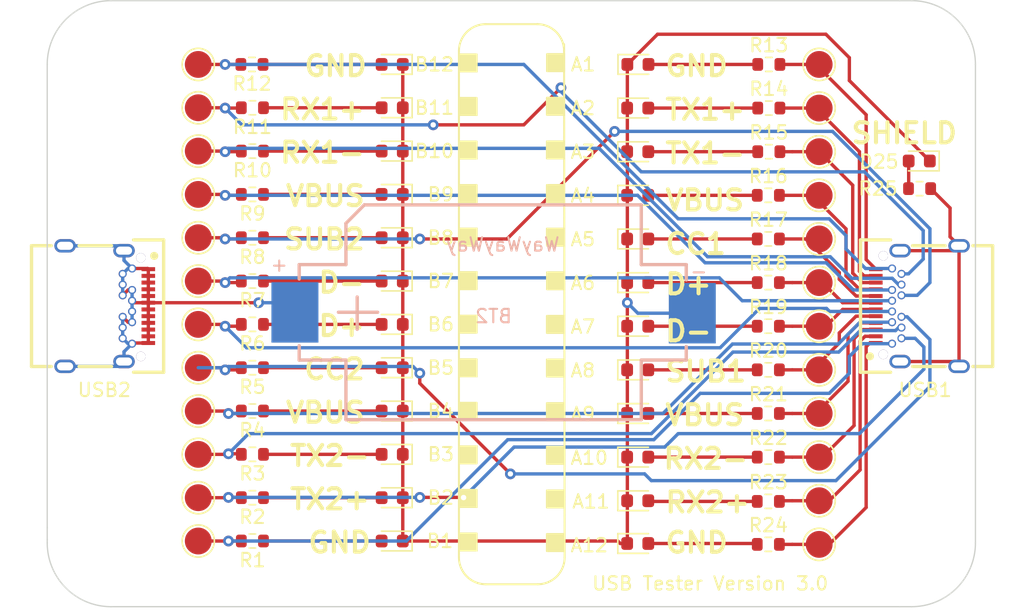
<source format=kicad_pcb>
(kicad_pcb (version 20240108) (generator "pcbnew") (generator_version "8.0")
  (layers (0 "F.Cu" signal) (31 "B.Cu" signal) (34 "B.Paste" user) (35 "F.Paste" user) (36 "B.SilkS" user "B.Silkscreen") (37 "F.SilkS" user "F.Silkscreen") (38 "B.Mask" user) (39 "F.Mask" user) (44 "Edge.Cuts" user))
  (net 0 "")
  (net 1 "A10_A")
  (net 2 "Net-(D25-A)")
  (net 3 "A1_A")
  (net 4 "A2_A")
  (net 5 "A3_A")
  (net 6 "A4_A")
  (net 7 "A5_A")
  (net 8 "A6_A")
  (net 9 "A7_A")
  (net 10 "A8_A")
  (net 11 "A9_A")
  (net 12 "A10_B")
  (net 13 "A11_A")
  (net 14 "A12_A")
  (net 15 "SHELL_A")
  (net 16 "BAT-")
  (net 17 "Net-(A1-A)")
  (net 18 "Net-(A2-A)")
  (net 19 "Net-(A3-A)")
  (net 20 "Net-(A4-A)")
  (net 21 "Net-(A5-A)")
  (net 22 "Net-(A6-A)")
  (net 23 "Net-(A7-A)")
  (net 24 "Net-(A8-A)")
  (net 25 "Net-(A9-A)")
  (net 26 "Net-(A10-A)")
  (net 27 "Net-(A11-A)")
  (net 28 "Net-(A12-A)")
  (net 29 "Net-(B1-A)")
  (net 30 "Net-(B2-A)")
  (net 31 "Net-(B3-A)")
  (net 32 "Net-(B4-A)")
  (net 33 "Net-(B5-A)")
  (net 34 "Net-(B6-A)")
  (net 35 "Net-(B7-A)")
  (net 36 "Net-(B8-A)")
  (net 37 "Net-(B9-A)")
  (net 38 "Net-(B10-A)")
  (net 39 "Net-(B11-A)")
  (net 40 "Net-(B12-A)")
  (net 41 "B1_A")
  (net 42 "B2_A")
  (net 43 "B3_A")
  (net 44 "B4_A")
  (net 45 "B5_A")
  (net 46 "B6_A")
  (net 47 "B7_A")
  (net 48 "B8_A")
  (net 49 "B9_A")
  (net 50 "B10_A")
  (net 51 "B11_A")
  (net 52 "B12_A")
  (footprint "Resistor_SMD:R_0603_1608Metric" (layer "F.Cu") (at 147.5486 92.291043 180)
    (property "Reference" "R9")
    (property "Value" "1000")
  )
  (footprint "LED_SMD:LED_0603_1608Metric" (layer "F.Cu") (at 157.9624 114.8827 180)
    (property "Reference" "B2")
    (property "Value" "LED")
  )
  (footprint "TestPoint:TestPoint_Pad_D2.0mm" (layer "F.Cu") (at 143.5162 89.064344 180)
    (property "Reference" "TP15" (hide yes))
    (property "Value" "TX-")
  )
  (footprint "TestPoint:TestPoint_Pad_D2.0mm" (layer "F.Cu") (at 189.7662 102.1098 90)
    (property "Reference" "TP2" (hide yes))
    (property "Value" "D+")
  )
  (footprint "Resistor_SMD:R_0603_1608Metric" (layer "F.Cu") (at 147.5486 101.972286 180)
    (property "Reference" "R6")
    (property "Value" "1000")
  )
  (footprint "easyeda2kicad:USB-C-SMD_TYPEC-324-BCP24" (layer "F.Cu") (at 197.0862 100.6098 90)
    (property "Reference" "USB1")
    (property "Value" "TYPEC-324-BCP24")
  )
  (footprint "TestPoint:TestPoint_Pad_D2.0mm" (layer "F.Cu") (at 189.7662 111.8598 90)
    (property "Reference" "TP7" (hide yes))
    (property "Value" "TX-")
  )
  (footprint "TestPoint:TestPoint_Pad_D2.0mm" (layer "F.Cu") (at 143.5162 105.200704 180)
    (property "Reference" "TP20" (hide yes))
    (property "Value" "SUB2")
  )
  (footprint "LED_SMD:LED_0603_1608Metric" (layer "F.Cu") (at 157.9624 95.51896 180)
    (property "Reference" "B8")
    (property "Value" "LED")
  )
  (footprint "LED_SMD:LED_0603_1608Metric" (layer "F.Cu") (at 197.2216 89.8024 180)
    (property "Reference" "D25")
    (property "Value" "LED")
  )
  (footprint "Resistor_SMD:R_0603_1608Metric" (layer "F.Cu") (at 185.9788 102.1098)
    (property "Reference" "R19")
    (property "Value" "1000")
  )
  (footprint "TestPoint:TestPoint_Pad_D2.0mm" (layer "F.Cu") (at 143.5162 98.74616 180)
    (property "Reference" "TP18" (hide yes))
    (property "Value" "D+")
  )
  (footprint "LED_SMD:LED_0603_1608Metric" (layer "F.Cu") (at 176.2505 92.3598)
    (property "Reference" "A4")
    (property "Value" "LED")
  )
  (footprint "Resistor_SMD:R_0603_1608Metric" (layer "F.Cu") (at 147.5485 111.653529 180)
    (property "Reference" "R3")
    (property "Value" "1000")
  )
  (footprint "Resistor_SMD:R_0603_1608Metric" (layer "F.Cu") (at 147.5486 98.745205 180)
    (property "Reference" "R7")
    (property "Value" "1000")
  )
  (footprint "TestPoint:TestPoint_Pad_D2.0mm" (layer "F.Cu") (at 189.7662 108.6098 90)
    (property "Reference" "TP8" (hide yes))
    (property "Value" "VBUS")
  )
  (footprint "LED_SMD:LED_0603_1608Metric" (layer "F.Cu") (at 176.2506 111.8598)
    (property "Reference" "A10")
    (property "Value" "LED")
  )
  (footprint "LED_SMD:LED_0603_1608Metric" (layer "F.Cu") (at 176.2505 108.6098)
    (property "Reference" "A9")
    (property "Value" "LED")
  )
  (footprint "easyeda2kicad:USB-C-SMD_TYPEC-324-BCP24" (layer "F.Cu") (at 136.6962 100.6098 -90)
    (property "Reference" "USB2")
    (property "Value" "TYPEC-324-BCP24")
  )
  (footprint "MountingHole:MountingHole_3.2mm_M3" (layer "F.Cu") (at 196.725243 82.6098)
    (property "Reference" "H3" (hide yes))
    (property "Value" "MountingHole")
  )
  (footprint "Resistor_SMD:R_0603_1608Metric" (layer "F.Cu") (at 147.5486 85.836881 180)
    (property "Reference" "R11")
    (property "Value" "1000")
  )
  (footprint "LED_SMD:LED_0603_1608Metric" (layer "F.Cu") (at 157.9625 82.6098 180)
    (property "Reference" "B12")
    (property "Value" "LED")
  )
  (footprint "TestPoint:TestPoint_Pad_D2.0mm" (layer "F.Cu") (at 189.7662 118.3598)
    (property "Reference" "TP1" (hide yes))
    (property "Value" "GND")
  )
  (footprint "LED_SMD:LED_0603_1608Metric" (layer "F.Cu") (at 176.2506 85.8598)
    (property "Reference" "A2")
    (property "Value" "LED")
  )
  (footprint "TestPoint:TestPoint_Pad_D2.0mm" (layer "F.Cu") (at 143.5162 108.427976 180)
    (property "Reference" "TP21" (hide yes))
    (property "Value" "VBUS")
  )
  (footprint "Resistor_SMD:R_0603_1608Metric" (layer "F.Cu") (at 186.0162 89.1098)
    (property "Reference" "R15")
    (property "Value" "1000")
  )
  (footprint "LED_SMD:LED_0603_1608Metric" (layer "F.Cu") (at 157.9625 118.11 180)
    (property "Reference" "B1")
    (property "Value" "LED")
  )
  (footprint "Resistor_SMD:R_0603_1608Metric" (layer "F.Cu") (at 197.247 91.8598)
    (property "Reference" "R25")
    (property "Value" "1000")
  )
  (footprint "Resistor_SMD:R_0603_1608Metric" (layer "F.Cu") (at 147.5486 89.063962 180)
    (property "Reference" "R10")
    (property "Value" "1000")
  )
  (footprint "Resistor_SMD:R_0603_1608Metric" (layer "F.Cu") (at 185.9788 118.3598)
    (property "Reference" "R24")
    (property "Value" "1000")
  )
  (footprint "LED_SMD:LED_0603_1608Metric" (layer "F.Cu") (at 176.2505 89.1098)
    (property "Reference" "A3")
    (property "Value" "LED")
  )
  (footprint "LED_SMD:LED_0603_1608Metric" (layer "F.Cu") (at 157.9625 101.97354 180)
    (property "Reference" "B6")
    (property "Value" "LED")
  )
  (footprint "Resistor_SMD:R_0603_1608Metric" (layer "F.Cu") (at 147.5486 114.88061 180)
    (property "Reference" "R2")
    (property "Value" "1000")
  )
  (footprint "Resistor_SMD:R_0603_1608Metric" (layer "F.Cu") (at 186.0162 82.6098)
    (property "Reference" "R13")
    (property "Value" "1000")
  )
  (footprint "Resistor_SMD:R_0603_1608Metric" (layer "F.Cu") (at 186.0162 85.8598)
    (property "Reference" "R14")
    (property "Value" "1000")
  )
  (footprint "Resistor_SMD:R_0603_1608Metric" (layer "F.Cu") (at 147.5486 95.518124 180)
    (property "Reference" "R8")
    (property "Value" "1000")
  )
  (footprint "TestPoint:TestPoint_Pad_D2.0mm" (layer "F.Cu") (at 189.7662 89.1098 90)
    (property "Reference" "TP13" (hide yes))
    (property "Value" "RX-")
  )
  (footprint "LED_SMD:LED_0603_1608Metric" (layer "F.Cu") (at 157.9625 105.20083 180)
    (property "Reference" "B5")
    (property "Value" "LED")
  )
  (footprint "LED_SMD:LED_0603_1608Metric" (layer "F.Cu") (at 176.2662 82.6098)
    (property "Reference" "A1")
    (property "Value" "LED")
  )
  (footprint "Resistor_SMD:R_0603_1608Metric" (layer "F.Cu") (at 185.9789 108.6098)
    (property "Reference" "R21")
    (property "Value" "1000")
  )
  (footprint "LED_SMD:LED_0603_1608Metric" (layer "F.Cu") (at 176.2505 102.1098)
    (property "Reference" "A7")
    (property "Value" "LED")
  )
  (footprint "Resistor_SMD:R_0603_1608Metric" (layer "F.Cu") (at 185.9789 92.3598)
    (property "Reference" "R16")
    (property "Value" "1000")
  )
  (footprint "TestPoint:TestPoint_Pad_D2.0mm" (layer "F.Cu") (at 189.7662 98.8598 90)
    (property "Reference" "TP10" (hide yes))
    (property "Value" "D-")
  )
  (footprint "TestPoint:TestPoint_Pad_D2.0mm" (layer "F.Cu") (at 189.7662 85.8598 90)
    (property "Reference" "TP3" (hide yes))
    (property "Value" "RX+")
  )
  (footprint "Resistor_SMD:R_0603_1608Metric" (layer "F.Cu") (at 185.9789 95.6098)
    (property "Reference" "R17")
    (property "Value" "1000")
  )
  (footprint "TestPoint:TestPoint_Pad_D2.0mm" (layer "F.Cu") (at 143.5162 101.973432 180)
    (property "Reference" "TP19" (hide yes))
    (property "Value" "D-")
  )
  (footprint "TestPoint:TestPoint_Pad_D2.0mm" (layer "F.Cu") (at 143.5162 85.837072 180)
    (property "Reference" "TP5" (hide yes))
    (property "Value" "TX+")
  )
  (footprint "TestPoint:TestPoint_Pad_D2.0mm" (layer "F.Cu") (at 189.7662 82.6098 90)
    (property "Reference" "TP14" (hide yes))
    (property "Value" "GND")
  )
  (footprint "LED_SMD:LED_0603_1608Metric" (layer "F.Cu") (at 157.9625 89.06438 180)
    (property "Reference" "B10")
    (property "Value" "LED")
  )
  (footprint "LED_SMD:LED_0603_1608Metric" (layer "F.Cu") (at 157.9625 92.29167 180)
    (property "Reference" "B9")
    (property "Value" "LED")
  )
  (footprint "Resistor_SMD:R_0603_1608Metric" (layer "F.Cu") (at 147.5486 108.426448 180)
    (property "Reference" "R4")
    (property "Value" "1000")
  )
  (footprint "LED_SMD:LED_0603_1608Metric" (layer "F.Cu") (at 176.2505 115.1098)
    (property "Reference" "A11")
    (property "Value" "LED")
  )
  (footprint "Resistor_SMD:R_0603_1608Metric" (layer "F.Cu") (at 185.9789 98.8598)
    (property "Reference" "R18")
    (property "Value" "1000")
  )
  (footprint "MountingHole:MountingHole_3.2mm_M3" (layer "F.Cu") (at 196.725243 118.1098)
    (property "Reference" "H4" (hide yes))
    (property "Value" "MountingHole")
  )
  (footprint "LED_SMD:LED_0603_1608Metric" (layer "F.Cu") (at 176.2505 98.8598)
    (property "Reference" "A6")
    (property "Value" "LED")
  )
  (footprint "LED_SMD:LED_0603_1608Metric" (layer "F.Cu") (at 176.2506 118.293744)
    (property "Reference" "A12")
    (property "Value" "LED")
  )
  (footprint "Resistor_SMD:R_0603_1608Metric" (layer "F.Cu") (at 147.5162 82.6098 180)
    (property "Reference" "R12")
    (property "Value" "1000")
  )
  (footprint "MountingHole:MountingHole_3.2mm_M3" (layer "F.Cu") (at 137.0584 82.6098)
    (property "Reference" "H1" (hide yes))
    (property "Value" "MountingHole")
  )
  (footprint "TestPoint:TestPoint_Pad_D2.0mm" (layer "F.Cu") (at 143.5162 114.88252 180)
    (property "Reference" "TP23" (hide yes))
    (property "Value" "RX+")
  )
  (footprint "Resistor_SMD:R_0603_1608Metric" (layer "F.Cu") (at 185.9789 105.3598)
    (property "Reference" "R20")
    (property "Value" "1000")
  )
  (footprint "TestPoint:TestPoint_Pad_D2.0mm" (layer "F.Cu") (at 143.5162 111.655248 180)
    (property "Reference" "TP22" (hide yes))
    (property "Value" "RX-")
  )
  (footprint "TestPoint:TestPoint_Pad_D2.0mm" (layer "F.Cu") (at 189.7662 92.3598 90)
    (property "Reference" "TP12" (hide yes))
    (property "Value" "VBUS")
  )
  (footprint "LED_SMD:LED_0603_1608Metric" (layer "F.Cu") (at 157.9625 85.83709 180)
    (property "Reference" "B11")
    (property "Value" "LED")
  )
  (footprint "TestPoint:TestPoint_Pad_D2.0mm" (layer "F.Cu") (at 189.7662 105.3598 90)
    (property "Reference" "TP9" (hide yes))
    (property "Value" "CC1")
  )
  (footprint "LED_SMD:LED_0603_1608Metric" (layer "F.Cu") (at 157.9625 111.65541 180)
    (property "Reference" "B3")
    (property "Value" "LED")
  )
  (footprint "TestPoint:TestPoint_Pad_D2.0mm" (layer "F.Cu") (at 143.5162 95.518888 180)
    (property "Reference" "TP17" (hide yes))
    (property "Value" "CC2")
  )
  (footprint "MountingHole:MountingHole_3.2mm_M3" (layer "F.Cu") (at 137.0584 118.3598)
    (property "Reference" "H2" (hide yes))
    (property "Value" "MountingHole")
  )
  (footprint "TestPoint:TestPoint_Pad_D2.0mm" (layer "F.Cu") (at 189.7662 95.6098 90)
    (property "Reference" "TP11" (hide yes))
    (property "Value" "SUB1")
  )
  (footprint "LED_SMD:LED_0603_1608Metric" (layer "F.Cu") (at 176.2505 95.6098)
    (property "Reference" "A5")
    (property "Value" "LED")
  )
  (footprint "LED_SMD:LED_0603_1608Metric" (layer "F.Cu") (at 176.2505 105.3598)
    (property "Reference" "A8")
    (property "Value" "LED")
  )
  (footprint "Resistor_SMD:R_0603_1608Metric" (layer "F.Cu") (at 147.5486 118.1077 180)
    (property "Reference" "R1")
    (property "Value" "1000")
  )
  (footprint "TestPoint:TestPoint_Pad_D2.0mm" (layer "F.Cu") (at 189.7662 115.1098 90)
    (property "Reference" "TP6" (hide yes))
    (property "Value" "TX+")
  )
  (footprint "TestPoint:TestPoint_Pad_D2.0mm" (layer "F.Cu") (at 143.5162 82.6098 180)
    (property "Reference" "TP4" (hide yes))
    (property "Value" "GND")
  )
  (footprint "LED_SMD:LED_0603_1608Metric" (layer "F.Cu") (at 157.9625 108.42812 180)
    (property "Reference" "B4")
    (property "Value" "LED")
  )
  (footprint "Resistor_SMD:R_0603_1608Metric" (layer "F.Cu") (at 185.9788 115.1589)
    (property "Reference" "R23")
    (property "Value" "1000")
  )
  (footprint "TestPoint:TestPoint_Pad_D2.0mm" (layer "F.Cu") (at 143.5162 118.1098 180)
    (property "Reference" "TP24" (hide yes))
    (property "Value" "GND")
  )
  (footprint "TestPoint:TestPoint_Pad_D2.0mm" (layer "F.Cu") (at 143.5162 92.291616 180)
    (property "Reference" "TP16" (hide yes))
    (property "Value" "VBUS")
  )
  (footprint "Resistor_SMD:R_0603_1608Metric" (layer "F.Cu") (at 185.9789 111.8598)
    (property "Reference" "R22")
    (property "Value" "1000")
  )
  (footprint "LED_SMD:LED_0603_1608Metric" (layer "F.Cu") (at 157.9625 98.74625 180)
    (property "Reference" "B7")
    (property "Value" "LED")
  )
  (footprint "Resistor_SMD:R_0603_1608Metric" (layer "F.Cu") (at 147.5485 105.199367 180)
    (property "Reference" "R5")
    (property "Value" "1000")
  )
  (footprint "BAT-SMD_BS-06-B4AA012:BAT-SMD_BS-06-B4AA012" (layer "B.Cu") (at 165.5162 101.1098)
    (property "Reference" "BT2")
    (property "Value" "BS-06-B4AK008")
  )
  (gr_poly (pts (xy 170.756248 85.089799) (xy 170.756247 86.359801) (xy 169.486249 86.359795) (xy 169.486246 85.089802)) (stroke (width 0.15)) (fill solid) (layer "F.SilkS"))
  (gr_poly (pts (xy 170.756249 117.5898) (xy 170.75625 118.859802) (xy 169.48625 118.8598) (xy 169.486248 117.589801)) (stroke (width 0.15)) (fill solid) (layer "F.SilkS"))
  (gr_poly (pts (xy 170.756249 94.8398) (xy 170.756247 96.109798) (xy 169.486252 96.109798) (xy 169.486246 94.839797)) (stroke (width 0.15)) (fill solid) (layer "F.SilkS"))
  (gr_line (start 162.933047 119.330727) (end 162.933049 81.609802) (stroke (width 0.15)) (layer "F.SilkS"))
  (gr_arc (start 170.807049 119.330715) (mid 170.221251 120.744897) (end 168.807048 121.330714) (stroke (width 0.15)) (layer "F.SilkS"))
  (gr_poly (pts (xy 170.756247 111.089796) (xy 170.756248 112.359799) (xy 169.486246 112.359798) (xy 169.486246 111.089799)) (stroke (width 0.15)) (fill solid) (layer "F.SilkS"))
  (gr_poly (pts (xy 164.253848 94.836649) (xy 164.25385 96.106648) (xy 162.983847 96.106646) (xy 162.983849 94.836648)) (stroke (width 0.15)) (fill solid) (layer "F.SilkS"))
  (gr_line (start 170.766199 81.100553) (end 170.807049 119.330715) (stroke (width 0.15)) (layer "F.SilkS"))
  (gr_poly (pts (xy 170.766199 81.8398) (xy 170.7662 83.1098) (xy 169.4962 83.109802) (xy 169.496198 81.839798)) (stroke (width 0.15)) (fill solid) (layer "F.SilkS"))
  (gr_poly (pts (xy 164.25385 107.813493) (xy 164.253849 109.083491) (xy 162.983847 109.083491) (xy 162.983849 107.813494)) (stroke (width 0.15)) (fill solid) (layer "F.SilkS"))
  (gr_poly (pts (xy 164.25385 88.348223) (xy 164.253847 89.618225) (xy 162.98385 89.618227) (xy 162.983849 88.348224)) (stroke (width 0.15)) (fill solid) (layer "F.SilkS"))
  (gr_poly (pts (xy 164.25385 111.057702) (xy 164.25385 112.327705) (xy 162.983848 112.327703) (xy 162.983848 111.057701)) (stroke (width 0.15)) (fill solid) (layer "F.SilkS"))
  (gr_poly (pts (xy 164.253849 81.8598) (xy 164.253846 83.129801) (xy 162.983849 83.129801) (xy 162.983847 81.859802)) (stroke (width 0.15)) (fill solid) (layer "F.SilkS"))
  (gr_poly (pts (xy 170.756247 101.339799) (xy 170.756249 102.609797) (xy 169.486251 102.6098) (xy 169.48625 101.339797)) (stroke (width 0.15)) (fill solid) (layer "F.SilkS"))
  (gr_poly (pts (xy 170.7662 98.089795) (xy 170.7662 99.359796) (xy 169.496197 99.3598) (xy 169.496199 98.089799)) (stroke (width 0.15)) (fill solid) (layer "F.SilkS"))
  (gr_arc (start 164.933051 121.330722) (mid 163.518838 120.744938) (end 162.933047 119.330727) (stroke (width 0.15)) (layer "F.SilkS"))
  (gr_arc (start 162.933049 81.609802) (mid 163.518831 80.195591) (end 164.93305 79.6098) (stroke (width 0.15)) (layer "F.SilkS"))
  (gr_poly (pts (xy 170.75625 88.339799) (xy 170.756248 89.6098) (xy 169.486249 89.609796) (xy 169.486247 88.339798)) (stroke (width 0.15)) (fill solid) (layer "F.SilkS"))
  (gr_poly (pts (xy 164.253849 85.104011) (xy 164.253846 86.374009) (xy 162.983848 86.374013) (xy 162.983849 85.104011)) (stroke (width 0.15)) (fill solid) (layer "F.SilkS"))
  (gr_poly (pts (xy 170.756251 114.339796) (xy 170.756249 115.609794) (xy 169.486249 115.609798) (xy 169.48625 114.3398)) (stroke (width 0.15)) (fill solid) (layer "F.SilkS"))
  (gr_poly (pts (xy 170.756249 91.589799) (xy 170.756247 92.859799) (xy 169.486248 92.8598) (xy 169.486247 91.589797)) (stroke (width 0.15)) (fill solid) (layer "F.SilkS"))
  (gr_poly (pts (xy 164.25385 101.325074) (xy 164.253848 102.595073) (xy 162.983848 102.595071) (xy 162.983851 101.325071)) (stroke (width 0.15)) (fill solid) (layer "F.SilkS"))
  (gr_poly (pts (xy 164.253846 91.592437) (xy 164.253849 92.862438) (xy 162.983847 92.862438) (xy 162.98385 91.592437)) (stroke (width 0.15)) (fill solid) (layer "F.SilkS"))
  (gr_poly (pts (xy 170.756249 104.589799) (xy 170.756248 105.859799) (xy 169.486251 105.859801) (xy 169.486249 104.589797)) (stroke (width 0.15)) (fill solid) (layer "F.SilkS"))
  (gr_poly (pts (xy 164.253848 98.080861) (xy 164.253849 99.350861) (xy 162.983849 99.350861) (xy 162.983849 98.080858)) (stroke (width 0.15)) (fill solid) (layer "F.SilkS"))
  (gr_poly (pts (xy 164.253851 117.546123) (xy 164.253846 118.816122) (xy 162.983849 118.816121) (xy 162.983847 117.546124)) (stroke (width 0.15)) (fill solid) (layer "F.SilkS"))
  (gr_poly (pts (xy 164.253851 114.301915) (xy 164.253849 115.571912) (xy 162.98385 115.571911) (xy 162.983847 114.301917)) (stroke (width 0.15)) (fill solid) (layer "F.SilkS"))
  (gr_arc (start 168.7662 79.6098) (mid 170.180437 80.19557) (end 170.766199 81.609799) (stroke (width 0.15)) (layer "F.SilkS"))
  (gr_line (start 164.93305 79.609799) (end 168.807051 79.6098) (stroke (width 0.15)) (layer "F.SilkS"))
  (gr_poly (pts (xy 164.25385 104.569283) (xy 164.253851 105.839283) (xy 162.983852 105.839283) (xy 162.983847 104.569284)) (stroke (width 0.15)) (fill solid) (layer "F.SilkS"))
  (gr_poly (pts (xy 170.756245 107.839798) (xy 170.756247 109.109799) (xy 169.48625 109.109797) (xy 169.486248 107.8398)) (stroke (width 0.15)) (fill solid) (layer "F.SilkS"))
  (gr_line (start 168.807048 121.330721) (end 164.933051 121.330722) (stroke (width 0.15)) (layer "F.SilkS"))
  (gr_line (start 132.2662 118.001043) (end 132.2662 117.1098) (stroke (width 0.1)) (layer "Edge.Cuts"))
  (gr_line (start 201.407443 118.251043) (end 201.407443 82.6098) (stroke (width 0.1)) (layer "Edge.Cuts"))
  (gr_arc (start 196.657443 77.8598) (mid 200.0162 79.251043) (end 201.407443 82.6098) (stroke (width 0.1)) (layer "Edge.Cuts"))
  (gr_line (start 132.2662 117.1098) (end 132.2662 82.6098) (stroke (width 0.1)) (layer "Edge.Cuts"))
  (gr_line (start 195.7662 77.8598) (end 196.657443 77.8598) (stroke (width 0.1)) (layer "Edge.Cuts"))
  (gr_line (start 132.2662 118.001043) (end 132.2662 118.251043) (stroke (width 0.1)) (layer "Edge.Cuts"))
  (gr_arc (start 132.2662 82.6098) (mid 133.657443 79.251043) (end 137.0162 77.8598) (stroke (width 0.1)) (layer "Edge.Cuts"))
  (gr_line (start 195.7662 123.001043) (end 196.657443 123.001043) (stroke (width 0.1)) (layer "Edge.Cuts"))
  (gr_line (start 137.0162 77.8598) (end 195.7662 77.8598) (stroke (width 0.1)) (layer "Edge.Cuts"))
  (gr_arc (start 137.0162 123.001043) (mid 133.657443 121.6098) (end 132.2662 118.251043) (stroke (width 0.1)) (layer "Edge.Cuts"))
  (gr_line (start 195.7662 123.001043) (end 137.0162 123.001043) (stroke (width 0.1)) (layer "Edge.Cuts"))
  (gr_arc (start 201.407443 118.251043) (mid 200.0162 121.6098) (end 196.657443 123.001043) (stroke (width 0.1)) (layer "Edge.Cuts"))
  (gr_text "WayWayWay" (at 170.5162 96.6098 0) (layer "B.SilkS") (effects (font (size 1 1)) (justify left bottom mirror)))
  (gr_text "-" (at 181.5162 98.6098 0) (layer "B.SilkS") (effects (font (size 1 1)) (justify left bottom mirror)))
  (gr_text "+" (at 150.2662 98.1098 0) (layer "B.SilkS") (effects (font (size 1 1)) (justify left bottom mirror)))
  (gr_text "GND" (at 151.5618 119.1006 0) (layer "F.SilkS") (effects (font (size 1.5 1.5) (thickness 0.3) (bold yes)) (justify left bottom)))
  (gr_text "TX2+" (at 150.1902 115.87416 0) (layer "F.SilkS") (effects (font (size 1.5 1.5) (thickness 0.3) (bold yes)) (justify left bottom)))
  (gr_text "RX1-" (at 149.461744 90.062672 0) (layer "F.SilkS") (effects (font (size 1.5 1.5) (thickness 0.3) (bold yes)) (justify left bottom)))
  (gr_text "GND" (at 178.1556 83.6098 0) (layer "F.SilkS") (effects (font (size 1.5 1.5) (thickness 0.3) (bold yes)) (justify left bottom)))
  (gr_text "VBUS" (at 149.890315 109.421288 0) (layer "F.SilkS") (effects (font (size 1.5 1.5) (thickness 0.3) (bold yes)) (justify left bottom)))
  (gr_text "SHIELD" (at 192.0162 88.6098 0) (layer "F.SilkS") (effects (font (size 1.5 1.5) (thickness 0.3) (bold yes)) (justify left bottom)))
  (gr_text "D+" (at 178.1556 99.8598 0) (layer "F.SilkS") (effects (font (size 1.5 1.5) (thickness 0.3) (bold yes)) (justify left bottom)))
  (gr_text "GND" (at 151.2662 83.6098 0) (layer "F.SilkS") (effects (font (size 1.5 1.5) (thickness 0.3) (bold yes)) (justify left bottom)))
  (gr_text "SUB2" (at 149.747458 96.515544 0) (layer "F.SilkS") (effects (font (size 1.5 1.5) (thickness 0.3) (bold yes)) (justify left bottom)))
  (gr_text "TX2-" (at 150.1902 112.647724 0) (layer "F.SilkS") (effects (font (size 1.5 1.5) (thickness 0.3) (bold yes)) (justify left bottom)))
  (gr_text "VBUS" (at 149.890315 93.289108 0) (layer "F.SilkS") (effects (font (size 1.5 1.5) (thickness 0.3) (bold yes)) (justify left bottom)))
  (gr_text "SUB1" (at 178.1556 106.3598 0) (layer "F.SilkS") (effects (font (size 1.5 1.5) (thickness 0.3) (bold yes)) (justify left bottom)))
  (gr_text "VBUS" (at 178.1556 109.6098 0) (layer "F.SilkS") (effects (font (size 1.5 1.5) (thickness 0.3) (bold yes)) (justify left bottom)))
  (gr_text "CC1" (at 178.1556 96.8598 0) (layer "F.SilkS") (effects (font (size 1.5 1.5) (thickness 0.3) (bold yes)) (justify left bottom)))
  (gr_text "USB Tester Version 3.0" (at 172.7662 121.8598 0) (layer "F.SilkS") (effects (font (size 1 1)) (justify left bottom)))
  (gr_text "TX1-" (at 178.1556 90.1098 0) (layer "F.SilkS") (effects (font (size 1.5 1.5) (thickness 0.3) (bold yes)) (justify left bottom)))
  (gr_text "RX1+" (at 149.461744 86.836236 0) (layer "F.SilkS") (effects (font (size 1.5 1.5) (thickness 0.3) (bold yes)) (justify left bottom)))
  (gr_text "RX2+" (at 178.1556 116.1098 0) (layer "F.SilkS") (effects (font (size 1.5 1.5) (thickness 0.3) (bold yes)) (justify left bottom)))
  (gr_text "TX1+" (at 178.1556 86.8598 0) (layer "F.SilkS") (effects (font (size 1.5 1.5) (thickness 0.3) (bold yes)) (justify left bottom)))
  (gr_text "D-" (at 178.1556 103.3598 0) (layer "F.SilkS") (effects (font (size 1.5 1.5) (thickness 0.3) (bold yes)) (justify left bottom)))
  (gr_text "CC2" (at 151.247458 106.194852 0) (layer "F.SilkS") (effects (font (size 1.5 1.5) (thickness 0.3) (bold yes)) (justify left bottom)))
  (gr_text "GND" (at 178.1556 119.1098 0) (layer "F.SilkS") (effects (font (size 1.5 1.5) (thickness 0.3) (bold yes)) (justify left bottom)))
  (gr_text "RX2-" (at 178.0162 112.8598 0) (layer "F.SilkS") (effects (font (size 1.5 1.5) (thickness 0.3) (bold yes)) (justify left bottom)))
  (gr_text "D+" (at 152.318886 102.968416 0) (layer "F.SilkS") (effects (font (size 1.5 1.5) (thickness 0.3) (bold yes)) (justify left bottom)))
  (gr_text "D-" (at 152.318886 99.74198 0) (layer "F.SilkS") (effects (font (size 1.5 1.5) (thickness 0.3) (bold yes)) (justify left bottom)))
  (gr_text "VBUS" (at 178.1556 93.6098 0) (layer "F.SilkS") (effects (font (size 1.5 1.5) (thickness 0.3) (bold yes)) (justify left bottom)))
  (segment (start 189.7662 89.1098) (end 192.2662 91.6098) (width 0.25) (layer "F.Cu") (net 1))
  (segment (start 192.2662 91.6098) (end 192.2662 98.156792) (width 0.25) (layer "F.Cu") (net 1))
  (segment (start 187.7662 89.1098) (end 186.8412 89.1098) (width 0.25) (layer "F.Cu") (net 1))
  (segment (start 189.7662 89.1098) (end 187.7662 89.1098) (width 0.25) (layer "F.Cu") (net 1))
  (segment (start 192.969208 98.8598) (end 193.9862 98.8598) (width 0.25) (layer "F.Cu") (net 1))
  (segment (start 192.2662 98.156792) (end 192.969208 98.8598) (width 0.25) (layer "F.Cu") (net 1))
  (segment (start 196.4341 91.8477) (end 196.422 91.8598) (width 0.25) (layer "F.Cu") (net 2))
  (segment (start 196.4341 89.8024) (end 196.4341 91.8477) (width 0.25) (layer "F.Cu") (net 2))
  (segment (start 193.2662 103.6332) (end 193.2662 115.6098) (width 0.25) (layer "F.Cu") (net 3))
  (segment (start 187.7662 118.3598) (end 186.8038 118.3598) (width 0.25) (layer "F.Cu") (net 3))
  (segment (start 190.5162 118.3598) (end 187.7662 118.3598) (width 0.25) (layer "F.Cu") (net 3))
  (segment (start 193.2662 115.6098) (end 190.5162 118.3598) (width 0.25) (layer "F.Cu") (net 3))
  (segment (start 193.5396 103.3598) (end 193.2662 103.6332) (width 0.25) (layer "F.Cu") (net 3))
  (segment (start 187.7662 115.1098) (end 186.8529 115.1098) (width 0.25) (layer "F.Cu") (net 4))
  (segment (start 192.8162 112.8098) (end 190.5162 115.1098) (width 0.25) (layer "F.Cu") (net 4))
  (segment (start 190.5162 115.1098) (end 187.7662 115.1098) (width 0.25) (layer "F.Cu") (net 4))
  (segment (start 186.8529 115.1098) (end 186.8038 115.1589) (width 0.25) (layer "F.Cu") (net 4))
  (segment (start 192.8162 103.2248) (end 192.8162 112.8098) (width 0.25) (layer "F.Cu") (net 4))
  (segment (start 193.9862 102.8598) (end 193.1812 102.8598) (width 0.25) (layer "F.Cu") (net 4))
  (segment (start 193.1812 102.8598) (end 192.8162 103.2248) (width 0.25) (layer "F.Cu") (net 4))
  (segment (start 192.3662 103.038404) (end 192.3662 109.5098) (width 0.25) (layer "F.Cu") (net 5))
  (segment (start 193.9862 102.3598) (end 193.044804 102.3598) (width 0.25) (layer "F.Cu") (net 5))
  (segment (start 192.3662 109.5098) (end 190.0162 111.8598) (width 0.25) (layer "F.Cu") (net 5))
  (segment (start 190.0162 111.8598) (end 187.7662 111.8598) (width 0.25) (layer "F.Cu") (net 5))
  (segment (start 193.044804 102.3598) (end 192.3662 103.038404) (width 0.25) (layer "F.Cu") (net 5))
  (segment (start 187.7662 111.8598) (end 186.8039 111.8598) (width 0.25) (layer "F.Cu") (net 5))
  (segment (start 191.9162 106.2098) (end 191.9162 102.7098) (width 0.25) (layer "F.Cu") (net 6))
  (segment (start 187.7662 108.6098) (end 189.5162 108.6098) (width 0.25) (layer "F.Cu") (net 6))
  (segment (start 191.9162 102.7098) (end 192.7662 101.8598) (width 0.25) (layer "F.Cu") (net 6))
  (segment (start 189.5162 108.6098) (end 191.9162 106.2098) (width 0.25) (layer "F.Cu") (net 6))
  (segment (start 187.7662 108.6098) (end 186.8039 108.6098) (width 0.25) (layer "F.Cu") (net 6))
  (segment (start 192.7662 101.8598) (end 193.9862 101.8598) (width 0.25) (layer "F.Cu") (net 6))
  (segment (start 187.7662 105.3598) (end 189.2662 105.3598) (width 0.25) (layer "F.Cu") (net 7))
  (segment (start 189.2662 105.3598) (end 191.2662 103.3598) (width 0.25) (layer "F.Cu") (net 7))
  (segment (start 192.5162 101.3598) (end 193.9862 101.3598) (width 0.25) (layer "F.Cu") (net 7))
  (segment (start 191.2662 102.6098) (end 192.5162 101.3598) (width 0.25) (layer "F.Cu") (net 7))
  (segment (start 191.2662 103.3598) (end 191.2662 102.6098) (width 0.25) (layer "F.Cu") (net 7))
  (segment (start 187.7662 105.3598) (end 186.8039 105.3598) (width 0.25) (layer "F.Cu") (net 7))
  (segment (start 187.7662 102.1098) (end 190.2662 102.1098) (width 0.25) (layer "F.Cu") (net 8))
  (segment (start 187.7662 102.1098) (end 186.8038 102.1098) (width 0.25) (layer "F.Cu") (net 8))
  (segment (start 190.2662 102.1098) (end 191.5162 100.8598) (width 0.25) (layer "F.Cu") (net 8))
  (segment (start 191.5162 100.8598) (end 193.9862 100.8598) (width 0.25) (layer "F.Cu") (net 8))
  (segment (start 190.0162 98.8598) (end 191.5162 100.3598) (width 0.25) (layer "F.Cu") (net 9))
  (segment (start 191.5162 100.3598) (end 193.9862 100.3598) (width 0.25) (layer "F.Cu") (net 9))
  (segment (start 187.7662 98.8598) (end 186.8039 98.8598) (width 0.25) (layer "F.Cu") (net 9))
  (segment (start 187.7662 98.8598) (end 190.0162 98.8598) (width 0.25) (layer "F.Cu") (net 9))
  (segment (start 188.7662 95.6098) (end 191.2662 98.1098) (width 0.25) (layer "F.Cu") (net 10))
  (segment (start 186.8039 95.6098) (end 188.7662 95.6098) (width 0.25) (layer "F.Cu") (net 10))
  (segment (start 191.2662 98.6098) (end 192.5162 99.8598) (width 0.25) (layer "F.Cu") (net 10))
  (segment (start 191.2662 98.1098) (end 191.2662 98.6098) (width 0.25) (layer "F.Cu") (net 10))
  (segment (start 192.5162 99.8598) (end 193.9862 99.8598) (width 0.25) (layer "F.Cu") (net 10))
  (segment (start 191.7662 94.8598) (end 191.7662 98.3598) (width 0.25) (layer "F.Cu") (net 11))
  (segment (start 192.7662 99.3598) (end 193.9862 99.3598) (width 0.25) (layer "F.Cu") (net 11))
  (segment (start 186.8039 92.3598) (end 189.2662 92.3598) (width 0.25) (layer "F.Cu") (net 11))
  (segment (start 189.2662 92.3598) (end 191.7662 94.8598) (width 0.25) (layer "F.Cu") (net 11))
  (segment (start 191.7662 98.3598) (end 192.7662 99.3598) (width 0.25) (layer "F.Cu") (net 11))
  (segment (start 139.7962 100.3598) (end 148.0162 100.3598) (width 0.25) (layer "F.Cu") (net 12))
  (segment (start 138.6362 103.3598) (end 138.5862 103.4098) (width 0.25) (layer "F.Cu") (net 12))
  (segment (start 139.7462 97.8098) (end 139.7962 97.8598) (width 0.25) (layer "F.Cu") (net 12))
  (segment (start 138.7362 100.3598) (end 138.5862 100.2098) (width 0.25) (layer "F.Cu") (net 12))
  (segment (start 138.5862 101.8098) (end 138.2862 101.8098) (width 0.25) (layer "F.Cu") (net 12))
  (segment (start 138.5862 97.8098) (end 139.7462 97.8098) (width 0.25) (layer "F.Cu") (net 12))
  (segment (start 138.2862 101.8098) (end 137.8862 101.4098) (width 0.25) (layer "F.Cu") (net 12))
  (segment (start 138.5862 99.4098) (end 138.2862 99.4098) (width 0.25) (layer "F.Cu") (net 12))
  (segment (start 139.7962 103.3598) (end 138.6362 103.3598) (width 0.25) (layer "F.Cu") (net 12))
  (segment (start 139.7962 100.3598) (end 138.7362 100.3598) (width 0.25) (layer "F.Cu") (net 12))
  (segment (start 139.7962 97.8598) (end 139.7962 103.3598) (width 0.25) (layer "F.Cu") (net 12))
  (segment (start 138.2862 99.4098) (end 137.8862 99.8098) (width 0.25) (layer "F.Cu") (net 12))
  (via (at 148.0162 100.3598) (size 0.8) (drill 0.4) (layers "F.Cu" "B.Cu") (net 12))
  (segment (start 138.5862 97.8098) (end 138.2862 97.8098) (width 0.25) (layer "B.Cu") (net 12))
  (segment (start 148.0162 100.3598) (end 149.9962 100.3598) (width 0.25) (layer "B.Cu") (net 12))
  (segment (start 138.5862 99.4098) (end 138.5862 101.8098) (width 0.25) (layer "B.Cu") (net 12))
  (segment (start 137.8862 101.4098) (end 137.8862 103.0098) (width 0.25) (layer "B.Cu") (net 12))
  (segment (start 138.5862 103.4098) (end 138.2862 103.4098) (width 0.25) (layer "B.Cu") (net 12))
  (segment (start 137.9862 104.7398) (end 137.9862 104.0098) (width 0.25) (layer "B.Cu") (net 12))
  (segment (start 149.9962 100.3598) (end 150.7162 101.0798) (width 0.25) (layer "B.Cu") (net 12))
  (segment (start 137.8862 98.2098) (end 137.8862 99.8098) (width 0.25) (layer "B.Cu") (net 12))
  (segment (start 137.9862 96.4798) (end 137.9862 97.2098) (width 0.25) (layer "B.Cu") (net 12))
  (segment (start 137.6262 96.1198) (end 137.9862 96.4798) (width 0.25) (layer "B.Cu") (net 12))
  (segment (start 133.5962 96.1198) (end 137.6262 96.1198) (width 0.25) (layer "B.Cu") (net 12))
  (segment (start 137.9862 104.0098) (end 138.5862 103.4098) (width 0.25) (layer "B.Cu") (net 12))
  (segment (start 137.9862 97.2098) (end 138.5862 97.8098) (width 0.25) (layer "B.Cu") (net 12))
  (segment (start 138.2862 103.4098) (end 137.8862 103.0098) (width 0.25) (layer "B.Cu") (net 12))
  (segment (start 138.2862 97.8098) (end 137.8862 98.2098) (width 0.25) (layer "B.Cu") (net 12))
  (segment (start 137.6262 105.0998) (end 137.9862 104.7398) (width 0.25) (layer "B.Cu") (net 12))
  (segment (start 133.5962 105.0998) (end 137.6262 105.0998) (width 0.25) (layer "B.Cu") (net 12))
  (segment (start 193.105604 98.3598) (end 193.9862 98.3598) (width 0.25) (layer "F.Cu") (net 13))
  (segment (start 186.8412 85.8598) (end 189.5162 85.8598) (width 0.25) (layer "F.Cu") (net 13))
  (segment (start 192.7662 98.020396) (end 193.105604 98.3598) (width 0.25) (layer "F.Cu") (net 13))
  (segment (start 189.5162 85.8598) (end 192.7662 89.1098) (width 0.25) (layer "F.Cu") (net 13))
  (segment (start 192.7662 89.1098) (end 192.7662 98.020396) (width 0.25) (layer "F.Cu") (net 13))
  (segment (start 193.2662 97.1398) (end 193.2662 86.3598) (width 0.25) (layer "F.Cu") (net 14))
  (segment (start 193.2662 86.3598) (end 189.5162 82.6098) (width 0.25) (layer "F.Cu") (net 14))
  (segment (start 193.9862 97.8598) (end 193.2662 97.1398) (width 0.25) (layer "F.Cu") (net 14))
  (segment (start 189.5162 82.6098) (end 186.8412 82.6098) (width 0.25) (layer "F.Cu") (net 14))
  (segment (start 200.1862 96.1198) (end 199.5162 95.4498) (width 0.25) (layer "F.Cu") (net 15))
  (segment (start 199.8262 96.4798) (end 200.1862 96.1198) (width 0.25) (layer "F.Cu") (net 15))
  (segment (start 195.7962 96.4798) (end 199.8262 96.4798) (width 0.25) (layer "F.Cu") (net 15))
  (segment (start 199.5162 95.4498) (end 199.5162 93.304) (width 0.25) (layer "F.Cu") (net 15))
  (segment (start 195.7962 104.7398) (end 199.8262 104.7398) (width 0.25) (layer "F.Cu") (net 15))
  (segment (start 200.1862 105.0998) (end 200.1862 96.1198) (width 0.25) (layer "F.Cu") (net 15))
  (segment (start 199.8262 104.7398) (end 200.1862 105.0998) (width 0.25) (layer "F.Cu") (net 15))
  (segment (start 199.5162 93.304) (end 198.072 91.8598) (width 0.25) (layer "F.Cu") (net 15))
  (segment (start 158.75 82.6098) (end 158.75 118.11) (width 0.25) (layer "F.Cu") (net 16))
  (segment (start 177.7287 80.3598) (end 175.4787 82.6098) (width 0.25) (layer "F.Cu") (net 16))
  (segment (start 174.7664 118.11) (end 158.75 118.11) (width 0.25) (layer "F.Cu") (net 16))
  (segment (start 174.950144 118.293744) (end 174.7664 118.11) (width 0.25) (layer "F.Cu") (net 16))
  (segment (start 192.0162 83.8095) (end 192.0162 82.1098) (width 0.25) (layer "F.Cu") (net 16))
  (segment (start 198.0091 89.8024) (end 192.0162 83.8095) (width 0.25) (layer "F.Cu") (net 16))
  (segment (start 190.2662 80.3598) (end 177.7287 80.3598) (width 0.25) (layer "F.Cu") (net 16))
  (segment (start 192.0162 82.1098) (end 190.2662 80.3598) (width 0.25) (layer "F.Cu") (net 16))
  (segment (start 175.4787 118.278144) (end 175.4631 118.293744) (width 0.25) (layer "F.Cu") (net 16))
  (segment (start 175.4787 82.6098) (end 175.4787 118.278144) (width 0.25) (layer "F.Cu") (net 16))
  (segment (start 175.4631 118.293744) (end 174.950144 118.293744) (width 0.25) (layer "F.Cu") (net 16))
  (via (at 175.4787 100.3598) (size 0.8) (drill 0.4) (layers "F.Cu" "B.Cu") (net 16))
  (segment (start 176.2587 101.1398) (end 180.3162 101.1398) (width 0.25) (layer "B.Cu") (net 16))
  (segment (start 175.4787 100.3598) (end 176.2587 101.1398) (width 0.25) (layer "B.Cu") (net 16))
  (segment (start 185.1912 82.6098) (end 177.0537 82.6098) (width 0.25) (layer "F.Cu") (net 17))
  (segment (start 177.0381 85.8598) (end 185.1912 85.8598) (width 0.25) (layer "F.Cu") (net 18))
  (segment (start 185.1912 89.1098) (end 177.038 89.1098) (width 0.25) (layer "F.Cu") (net 19))
  (segment (start 177.038 92.3598) (end 185.1539 92.3598) (width 0.25) (layer "F.Cu") (net 20))
  (segment (start 185.1539 95.6098) (end 177.038 95.6098) (width 0.25) (layer "F.Cu") (net 21))
  (segment (start 177.038 98.8598) (end 185.1539 98.8598) (width 0.25) (layer "F.Cu") (net 22))
  (segment (start 185.1538 102.1098) (end 177.038 102.1098) (width 0.25) (layer "F.Cu") (net 23))
  (segment (start 177.038 105.3598) (end 185.1539 105.3598) (width 0.25) (layer "F.Cu") (net 24))
  (segment (start 185.1539 108.6098) (end 177.038 108.6098) (width 0.25) (layer "F.Cu") (net 25))
  (segment (start 177.0381 111.8598) (end 185.1539 111.8598) (width 0.25) (layer "F.Cu") (net 26))
  (segment (start 177.0871 115.1589) (end 177.038 115.1098) (width 0.25) (layer "F.Cu") (net 27))
  (segment (start 185.1538 115.1589) (end 177.0871 115.1589) (width 0.25) (layer "F.Cu") (net 27))
  (segment (start 177.0381 118.293744) (end 185.087744 118.293744) (width 0.25) (layer "F.Cu") (net 28))
  (segment (start 185.087744 118.293744) (end 185.1538 118.3598) (width 0.25) (layer "F.Cu") (net 28))
  (segment (start 157.1727 118.1077) (end 157.175 118.11) (width 0.25) (layer "F.Cu") (net 29))
  (segment (start 148.3736 118.1077) (end 157.1727 118.1077) (width 0.25) (layer "F.Cu") (net 29))
  (segment (start 157.1749 114.8827) (end 148.37569 114.8827) (width 0.25) (layer "F.Cu") (net 30))
  (segment (start 148.37569 114.8827) (end 148.3736 114.88061) (width 0.25) (layer "F.Cu") (net 30))
  (segment (start 148.3735 111.653529) (end 157.173119 111.653529) (width 0.25) (layer "F.Cu") (net 31))
  (segment (start 157.173119 111.653529) (end 157.175 111.65541) (width 0.25) (layer "F.Cu") (net 31))
  (segment (start 148.375272 108.42812) (end 148.3736 108.426448) (width 0.25) (layer "F.Cu") (net 32))
  (segment (start 157.175 108.42812) (end 148.375272 108.42812) (width 0.25) (layer "F.Cu") (net 32))
  (segment (start 157.173537 105.199367) (end 157.175 105.20083) (width 0.25) (layer "F.Cu") (net 33))
  (segment (start 148.3735 105.199367) (end 157.173537 105.199367) (width 0.25) (layer "F.Cu") (net 33))
  (segment (start 148.374854 101.97354) (end 148.3736 101.972286) (width 0.25) (layer "F.Cu") (net 34))
  (segment (start 157.175 101.97354) (end 148.374854 101.97354) (width 0.25) (layer "F.Cu") (net 34))
  (segment (start 157.173955 98.745205) (end 157.175 98.74625) (width 0.25) (layer "F.Cu") (net 35))
  (segment (start 148.3736 98.745205) (end 157.173955 98.745205) (width 0.25) (layer "F.Cu") (net 35))
  (segment (start 148.374436 95.51896) (end 148.3736 95.518124) (width 0.25) (layer "F.Cu") (net 36))
  (segment (start 157.1749 95.51896) (end 148.374436 95.51896) (width 0.25) (layer "F.Cu") (net 36))
  (segment (start 148.3736 92.291043) (end 157.174373 92.291043) (width 0.25) (layer "F.Cu") (net 37))
  (segment (start 157.174373 92.291043) (end 157.175 92.29167) (width 0.25) (layer "F.Cu") (net 37))
  (segment (start 148.374018 89.06438) (end 148.3736 89.063962) (width 0.25) (layer "F.Cu") (net 38))
  (segment (start 157.175 89.06438) (end 148.374018 89.06438) (width 0.25) (layer "F.Cu") (net 38))
  (segment (start 148.3736 85.836881) (end 157.174791 85.836881) (width 0.25) (layer "F.Cu") (net 39))
  (segment (start 157.174791 85.836881) (end 157.175 85.83709) (width 0.25) (layer "F.Cu") (net 39))
  (segment (start 157.175 82.6098) (end 148.3412 82.6098) (width 0.25) (layer "F.Cu") (net 40))
  (segment (start 143.5162 82.6098) (end 145.5162 82.6098) (width 0.25) (layer "F.Cu") (net 41))
  (segment (start 145.5162 82.6098) (end 146.6912 82.6098) (width 0.25) (layer "F.Cu") (net 41))
  (via (at 145.5162 82.6098) (size 0.8) (drill 0.4) (layers "F.Cu" "B.Cu") (net 41))
  (segment (start 191.7662 96.3598) (end 191.7662 95.3598) (width 0.25) (layer "B.Cu") (net 41))
  (segment (start 191.7662 95.3598) (end 190.5162 94.1098) (width 0.25) (layer "B.Cu") (net 41))
  (segment (start 167.7662 82.6098) (end 145.5162 82.6098) (width 0.25) (layer "B.Cu") (net 41))
  (segment (start 179.2662 94.1098) (end 167.7662 82.6098) (width 0.25) (layer "B.Cu") (net 41))
  (segment (start 190.5162 94.1098) (end 179.2662 94.1098) (width 0.25) (layer "B.Cu") (net 41))
  (segment (start 195.1962 97.8098) (end 193.2162 97.8098) (width 0.25) (layer "B.Cu") (net 41))
  (segment (start 193.2162 97.8098) (end 191.7662 96.3598) (width 0.25) (layer "B.Cu") (net 41))
  (segment (start 143.5162 85.837072) (end 145.493472 85.837072) (width 0.25) (layer "F.Cu") (net 42))
  (segment (start 167.7662 87.1098) (end 161.0162 87.1098) (width 0.25) (layer "F.Cu") (net 42))
  (segment (start 170.528853 84.347147) (end 167.7662 87.1098) (width 0.25) (layer "F.Cu") (net 42))
  (segment (start 145.493472 85.837072) (end 145.5162 85.8598) (width 0.25) (layer "F.Cu") (net 42))
  (segment (start 146.700681 85.8598) (end 146.7236 85.836881) (width 0.25) (layer "F.Cu") (net 42))
  (segment (start 145.5162 85.8598) (end 146.700681 85.8598) (width 0.25) (layer "F.Cu") (net 42))
  (via (at 145.5162 85.8598) (size 0.8) (drill 0.4) (layers "F.Cu" "B.Cu") (net 42))
  (via (at 161.0162 87.1098) (size 0.8) (drill 0.4) (layers "F.Cu" "B.Cu") (net 42))
  (via (at 170.528853 84.347147) (size 0.8) (drill 0.4) (layers "F.Cu" "B.Cu") (net 42))
  (segment (start 170.528853 84.347147) (end 170.528853 84.622453) (width 0.25) (layer "B.Cu") (net 42))
  (segment (start 197.5162 94.985967) (end 197.5162 97.1098) (width 0.25) (layer "B.Cu") (net 42))
  (segment (start 193.140033 90.6098) (end 197.5162 94.985967) (width 0.25) (layer "B.Cu") (net 42))
  (segment (start 196.4162 98.2098) (end 195.8962 98.2098) (width 0.25) (layer "B.Cu") (net 42))
  (segment (start 170.528853 84.622453) (end 176.5162 90.6098) (width 0.25) (layer "B.Cu") (net 42))
  (segment (start 145.493472 85.837072) (end 145.5162 85.8598) (width 0.25) (layer "B.Cu") (net 42))
  (segment (start 176.5162 90.6098) (end 193.140033 90.6098) (width 0.25) (layer "B.Cu") (net 42))
  (segment (start 161.0162 87.1098) (end 146.7662 87.1098) (width 0.25) (layer "B.Cu") (net 42))
  (segment (start 146.7662 87.1098) (end 145.5162 85.8598) (width 0.25) (layer "B.Cu") (net 42))
  (segment (start 197.5162 97.1098) (end 196.4162 98.2098) (width 0.25) (layer "B.Cu") (net 42))
  (segment (start 145.5162 89.1098) (end 146.677762 89.1098) (width 0.25) (layer "F.Cu") (net 43))
  (segment (start 143.5162 89.064344) (end 145.470744 89.064344) (width 0.25) (layer "F.Cu") (net 43))
  (segment (start 146.677762 89.1098) (end 146.7236 89.063962) (width 0.25) (layer "F.Cu") (net 43))
  (segment (start 145.470744 89.064344) (end 145.5162 89.1098) (width 0.25) (layer "F.Cu") (net 43))
  (via (at 145.5162 89.1098) (size 0.8) (drill 0.4) (layers "F.Cu" "B.Cu") (net 43))
  (segment (start 195.680084 99.0098) (end 195.211886 98.541602) (width 0.25) (layer "B.Cu") (net 43))
  (segment (start 195.8962 99.0098) (end 195.680084 99.0098) (width 0.25) (layer "B.Cu") (net 43))
  (segment (start 173.379804 88.8598) (end 145.7662 88.8598) (width 0.25) (layer "B.Cu") (net 43))
  (segment (start 145.470744 89.064344) (end 145.5162 89.1098) (width 0.25) (layer "B.Cu") (net 43))
  (segment (start 192.198002 98.541602) (end 190.5912 96.9348) (width 0.25) (layer "B.Cu") (net 43))
  (segment (start 145.7662 88.8598) (end 145.5162 89.1098) (width 0.25) (layer "B.Cu") (net 43))
  (segment (start 190.5912 96.9348) (end 181.454804 96.9348) (width 0.25) (layer "B.Cu") (net 43))
  (segment (start 181.454804 96.9348) (end 173.379804 88.8598) (width 0.25) (layer "B.Cu") (net 43))
  (segment (start 195.211886 98.541602) (end 192.198002 98.541602) (width 0.25) (layer "B.Cu") (net 43))
  (segment (start 145.5162 92.3598) (end 146.654843 92.3598) (width 0.25) (layer "F.Cu") (net 44))
  (segment (start 143.5162 92.291616) (end 145.448016 92.291616) (width 0.25) (layer "F.Cu") (net 44))
  (segment (start 145.448016 92.291616) (end 145.5162 92.3598) (width 0.25) (layer "F.Cu") (net 44))
  (segment (start 146.654843 92.3598) (end 146.7236 92.291043) (width 0.25) (layer "F.Cu") (net 44))
  (via (at 145.5162 92.3598) (size 0.8) (drill 0.4) (layers "F.Cu" "B.Cu") (net 44))
  (segment (start 145.448016 92.291616) (end 145.5162 92.3598) (width 0.25) (layer "B.Cu") (net 44))
  (segment (start 181.268408 97.3848) (end 176.243408 92.3598) (width 0.25) (layer "B.Cu") (net 44))
  (segment (start 195.1962 99.4098) (end 192.3162 99.4098) (width 0.25) (layer "B.Cu") (net 44))
  (segment (start 192.3162 99.4098) (end 190.2912 97.3848) (width 0.25) (layer "B.Cu") (net 44))
  (segment (start 176.243408 92.3598) (end 145.5162 92.3598) (width 0.25) (layer "B.Cu") (net 44))
  (segment (start 190.2912 97.3848) (end 181.268408 97.3848) (width 0.25) (layer "B.Cu") (net 44))
  (segment (start 145.5162 95.6098) (end 146.631924 95.6098) (width 0.25) (layer "F.Cu") (net 45))
  (segment (start 146.631924 95.6098) (end 146.7236 95.518124) (width 0.25) (layer "F.Cu") (net 45))
  (segment (start 145.425288 95.518888) (end 145.5162 95.6098) (width 0.25) (layer "F.Cu") (net 45))
  (segment (start 174.528853 87.597147) (end 166.5162 95.6098) (width 0.25) (layer "F.Cu") (net 45))
  (segment (start 166.5162 95.6098) (end 160.2662 95.6098) (width 0.25) (layer "F.Cu") (net 45))
  (segment (start 160.2662 95.6098) (end 160.0162 95.6098) (width 0.25) (layer "F.Cu") (net 45))
  (segment (start 143.5162 95.518888) (end 145.425288 95.518888) (width 0.25) (layer "F.Cu") (net 45))
  (via (at 160.0162 95.6098) (size 0.8) (drill 0.4) (layers "F.Cu" "B.Cu") (net 45))
  (via (at 145.5162 95.6098) (size 0.8) (drill 0.4) (layers "F.Cu" "B.Cu") (net 45))
  (via (at 174.528853 87.597147) (size 0.8) (drill 0.4) (layers "F.Cu" "B.Cu") (net 45))
  (segment (start 174.528853 87.597147) (end 190.763776 87.597147) (width 0.25) (layer "B.Cu") (net 45))
  (segment (start 198.0162 94.849571) (end 198.0162 98.8598) (width 0.25) (layer "B.Cu") (net 45))
  (segment (start 190.763776 87.597147) (end 198.0162 94.849571) (width 0.25) (layer "B.Cu") (net 45))
  (segment (start 198.0162 98.8598) (end 197.0662 99.8098) (width 0.25) (layer "B.Cu") (net 45))
  (segment (start 145.425288 95.518888) (end 145.5162 95.6098) (width 0.25) (layer "B.Cu") (net 45))
  (segment (start 197.0662 99.8098) (end 195.8962 99.8098) (width 0.25) (layer "B.Cu") (net 45))
  (segment (start 160.0162 95.6098) (end 145.5162 95.6098) (width 0.25) (layer "B.Cu") (net 45))
  (segment (start 146.609005 98.8598) (end 146.7236 98.745205) (width 0.25) (layer "F.Cu") (net 46))
  (segment (start 145.40256 98.74616) (end 145.5162 98.8598) (width 0.25) (layer "F.Cu") (net 46))
  (segment (start 143.5162 98.74616) (end 145.40256 98.74616) (width 0.25) (layer "F.Cu") (net 46))
  (segment (start 145.5162 98.8598) (end 146.609005 98.8598) (width 0.25) (layer "F.Cu") (net 46))
  (via (at 145.5162 98.8598) (size 0.8) (drill 0.4) (layers "F.Cu" "B.Cu") (net 46))
  (segment (start 145.40256 98.74616) (end 145.5162 98.8598) (width 0.25) (layer "B.Cu") (net 46))
  (segment (start 184.0362 100.2098) (end 182.3312 98.5048) (width 0.25) (layer "B.Cu") (net 46))
  (segment (start 145.8712 98.5048) (end 145.5162 98.8598) (width 0.25) (layer "B.Cu") (net 46))
  (segment (start 182.3312 98.5048) (end 145.8712 98.5048) (width 0.25) (layer "B.Cu") (net 46))
  (segment (start 195.1962 100.2098) (end 184.0362 100.2098) (width 0.25) (layer "B.Cu") (net 46))
  (segment (start 143.5162 101.973432) (end 145.379832 101.973432) (width 0.25) (layer "F.Cu") (net 47))
  (segment (start 145.379832 101.973432) (end 145.5162 102.1098) (width 0.25) (layer "F.Cu") (net 47))
  (segment (start 145.5162 102.1098) (end 146.586086 102.1098) (width 0.25) (layer "F.Cu") (net 47))
  (segment (start 146.586086 102.1098) (end 146.7236 101.972286) (width 0.25) (layer "F.Cu") (net 47))
  (via (at 145.5162 102.1098) (size 0.8) (drill 0.4) (layers "F.Cu" "B.Cu") (net 47))
  (segment (start 145.379832 101.973432) (end 145.5162 102.1098) (width 0.25) (layer "B.Cu") (net 47))
  (segment (start 185.3212 100.7848) (end 182.3912 103.7148) (width 0.25) (layer "B.Cu") (net 47))
  (segment (start 182.3912 103.7148) (end 147.1212 103.7148) (width 0.25) (layer "B.Cu") (net 47))
  (segment (start 190.540033 101.0098) (end 190.315033 100.7848) (width 0.25) (layer "B.Cu") (net 47))
  (segment (start 147.1212 103.7148) (end 145.5162 102.1098) (width 0.25) (layer "B.Cu") (net 47))
  (segment (start 190.315033 100.7848) (end 185.3212 100.7848) (width 0.25) (layer "B.Cu") (net 47))
  (segment (start 195.1962 101.0098) (end 190.540033 101.0098) (width 0.25) (layer "B.Cu") (net 47))
  (segment (start 160.0162 106.3598) (end 166.7662 113.1098) (width 0.25) (layer "F.Cu") (net 48))
  (segment (start 160.0162 105.6098) (end 160.0162 106.3598) (width 0.25) (layer "F.Cu") (net 48))
  (segment (start 143.5162 105.200704) (end 145.357104 105.200704) (width 0.25) (layer "F.Cu") (net 48))
  (segment (start 146.563067 105.3598) (end 146.7235 105.199367) (width 0.25) (layer "F.Cu") (net 48))
  (segment (start 145.357104 105.200704) (end 145.5162 105.3598) (width 0.25) (layer "F.Cu") (net 48))
  (segment (start 145.5162 105.3598) (end 146.563067 105.3598) (width 0.25) (layer "F.Cu") (net 48))
  (via (at 145.5162 105.3598) (size 0.8) (drill 0.4) (layers "F.Cu" "B.Cu") (net 48))
  (via (at 166.7662 113.1098) (size 0.8) (drill 0.4) (layers "F.Cu" "B.Cu") (net 48))
  (via (at 160.0162 105.6098) (size 0.8) (drill 0.4) (layers "F.Cu" "B.Cu") (net 48))
  (segment (start 166.7662 113.1098) (end 176.7662 113.1098) (width 0.25) (layer "B.Cu") (net 48))
  (segment (start 177.2662 113.6098) (end 191.0162 113.6098) (width 0.25) (layer "B.Cu") (net 48))
  (segment (start 191.0162 113.6098) (end 198.0162 106.6098) (width 0.25) (layer "B.Cu") (net 48))
  (segment (start 145.7662 105.1098) (end 145.5162 105.3598) (width 0.25) (layer "B.Cu") (net 48))
  (segment (start 196.320464 101.4098) (end 195.8962 101.4098) (width 0.25) (layer "B.Cu") (net 48))
  (segment (start 145.357104 105.200704) (end 145.5162 105.3598) (width 0.25) (layer "B.Cu") (net 48))
  (segment (start 198.0162 103.105536) (end 196.320464 101.4098) (width 0.25) (layer "B.Cu") (net 48))
  (segment (start 160.0162 105.6098) (end 159.5162 105.1098) (width 0.25) (layer "B.Cu") (net 48))
  (segment (start 159.5162 105.1098) (end 145.7662 105.1098) (width 0.25) (layer "B.Cu") (net 48))
  (segment (start 176.7662 113.1098) (end 177.2662 113.6098) (width 0.25) (layer "B.Cu") (net 48))
  (segment (start 143.5162 105.200704) (end 145.357104 105.200704) (width 0.25) (layer "B.Cu") (net 48))
  (segment (start 198.0162 106.6098) (end 198.0162 103.105536) (width 0.25) (layer "B.Cu") (net 48))
  (segment (start 145.7662 108.6098) (end 146.540248 108.6098) (width 0.25) (layer "F.Cu") (net 49))
  (segment (start 143.5162 108.427976) (end 145.584376 108.427976) (width 0.25) (layer "F.Cu") (net 49))
  (segment (start 146.540248 108.6098) (end 146.7236 108.426448) (width 0.25) (layer "F.Cu") (net 49))
  (segment (start 145.584376 108.427976) (end 145.7662 108.6098) (width 0.25) (layer "F.Cu") (net 49))
  (via (at 145.7662 108.6098) (size 0.8) (drill 0.4) (layers "F.Cu" "B.Cu") (net 49))
  (segment (start 145.584376 108.427976) (end 145.7662 108.6098) (width 0.25) (layer "B.Cu") (net 49))
  (segment (start 178.132596 108.6098) (end 145.7662 108.6098) (width 0.25) (layer "B.Cu") (net 49))
  (segment (start 191.1912 103.4348) (end 183.307596 103.4348) (width 0.25) (layer "B.Cu") (net 49))
  (segment (start 192.8162 101.8098) (end 191.1912 103.4348) (width 0.25) (layer "B.Cu") (net 49))
  (segment (start 195.1962 101.8098) (end 192.8162 101.8098) (width 0.25) (layer "B.Cu") (net 49))
  (segment (start 183.307596 103.4348) (end 178.132596 108.6098) (width 0.25) (layer "B.Cu") (net 49))
  (segment (start 143.5162 111.655248) (end 145.720752 111.655248) (width 0.25) (layer "F.Cu") (net 50))
  (segment (start 145.720752 111.655248) (end 145.7662 111.6098) (width 0.25) (layer "F.Cu") (net 50))
  (segment (start 146.679771 111.6098) (end 146.7235 111.653529) (width 0.25) (layer "F.Cu") (net 50))
  (segment (start 145.7662 111.6098) (end 146.679771 111.6098) (width 0.25) (layer "F.Cu") (net 50))
  (via (at 145.7662 111.6098) (size 0.8) (drill 0.4) (layers "F.Cu" "B.Cu") (net 50))
  (segment (start 147.2662 110.1098) (end 145.7662 111.6098) (width 0.25) (layer "B.Cu") (net 50))
  (segment (start 195.680084 102.2098) (end 195.455084 102.4348) (width 0.25) (layer "B.Cu") (net 50))
  (segment (start 195.8962 102.2098) (end 195.680084 102.2098) (width 0.25) (layer "B.Cu") (net 50))
  (segment (start 191.227596 104.0348) (end 183.343992 104.0348) (width 0.25) (layer "B.Cu") (net 50))
  (segment (start 145.720752 111.655248) (end 145.7662 111.6098) (width 0.25) (layer "B.Cu") (net 50))
  (segment (start 192.827596 102.4348) (end 191.227596 104.0348) (width 0.25) (layer "B.Cu") (net 50))
  (segment (start 183.343992 104.0348) (end 177.268992 110.1098) (width 0.25) (layer "B.Cu") (net 50))
  (segment (start 195.455084 102.4348) (end 192.827596 102.4348) (width 0.25) (layer "B.Cu") (net 50))
  (segment (start 177.268992 110.1098) (end 147.2662 110.1098) (width 0.25) (layer "B.Cu") (net 50))
  (segment (start 143.5162 114.88252) (end 145.74348 114.88252) (width 0.25) (layer "F.Cu") (net 51))
  (segment (start 146.70279 114.8598) (end 146.7236 114.88061) (width 0.25) (layer "F.Cu") (net 51))
  (segment (start 145.7662 114.8598) (end 146.70279 114.8598) (width 0.25) (layer "F.Cu") (net 51))
  (segment (start 160.0162 114.8598) (end 163.2662 114.8598) (width 0.25) (layer "F.Cu") (net 51))
  (segment (start 145.74348 114.88252) (end 145.7662 114.8598) (width 0.25) (layer "F.Cu") (net 51))
  (segment (start 163.2662 114.8598) (end 163.278853 114.872453) (width 0.25) (layer "F.Cu") (net 51))
  (via (at 160.0162 114.8598) (size 0.8) (drill 0.4) (layers "F.Cu" "B.Cu") (net 51))
  (via (at 163.278853 114.872453) (size 0.8) (drill 0.4) (layers "F.Cu" "B.Cu") (net 51))
  (via (at 145.7662 114.8598) (size 0.8) (drill 0.4) (layers "F.Cu" "B.Cu") (net 51))
  (segment (start 196.9162 103.0098) (end 197.5662 103.6598) (width 0.25) (layer "B.Cu") (net 51))
  (segment (start 197.5662 103.6598) (end 197.5662 105.3098) (width 0.25) (layer "B.Cu") (net 51))
  (segment (start 195.8962 103.0098) (end 196.9162 103.0098) (width 0.25) (layer "B.Cu") (net 51))
  (segment (start 167.041506 111.1098) (end 163.278853 114.872453) (width 0.25) (layer "B.Cu") (net 51))
  (segment (start 192.7662 110.1098) (end 179.2662 110.1098) (width 0.25) (layer "B.Cu") (net 51))
  (segment (start 160.0162 114.8598) (end 145.7662 114.8598) (width 0.25) (layer "B.Cu") (net 51))
  (segment (start 179.2662 110.1098) (end 178.2662 111.1098) (width 0.25) (layer "B.Cu") (net 51))
  (segment (start 197.5662 105.3098) (end 192.7662 110.1098) (width 0.25) (layer "B.Cu") (net 51))
  (segment (start 145.74348 114.88252) (end 145.7662 114.8598) (width 0.25) (layer "B.Cu") (net 51))
  (segment (start 178.2662 111.1098) (end 167.041506 111.1098) (width 0.25) (layer "B.Cu") (net 51))
  (segment (start 145.7662 118.1098) (end 143.5162 118.1098) (width 0.25) (layer "F.Cu") (net 52))
  (segment (start 146.7215 118.1098) (end 146.7236 118.1077) (width 0.25) (layer "F.Cu") (net 52))
  (segment (start 145.7662 118.1098) (end 146.7215 118.1098) (width 0.25) (layer "F.Cu") (net 52))
  (via (at 145.7662 118.1098) (size 0.8) (drill 0.4) (layers "F.Cu" "B.Cu") (net 52))
  (segment (start 166.5662 110.5598) (end 159.0162 118.1098) (width 0.25) (layer "B.Cu") (net 52))
  (segment (start 195.1962 103.4098) (end 192.9662 103.4098) (width 0.25) (layer "B.Cu") (net 52))
  (segment (start 192.0162 105.6098) (end 190.5162 107.1098) (width 0.25) (layer "B.Cu") (net 52))
  (segment (start 192.0162 104.3598) (end 192.0162 105.6098) (width 0.25) (layer "B.Cu") (net 52))
  (segment (start 177.455388 110.5598) (end 166.5662 110.5598) (width 0.25) (layer "B.Cu") (net 52))
  (segment (start 180.905388 107.1098) (end 177.455388 110.5598) (width 0.25) (layer "B.Cu") (net 52))
  (segment (start 159.0162 118.1098) (end 145.7662 118.1098) (width 0.25) (layer "B.Cu") (net 52))
  (segment (start 190.5162 107.1098) (end 180.905388 107.1098) (width 0.25) (layer "B.Cu") (net 52))
  (segment (start 192.9662 103.4098) (end 192.0162 104.3598) (width 0.25) (layer "B.Cu") (net 52))
)
</source>
